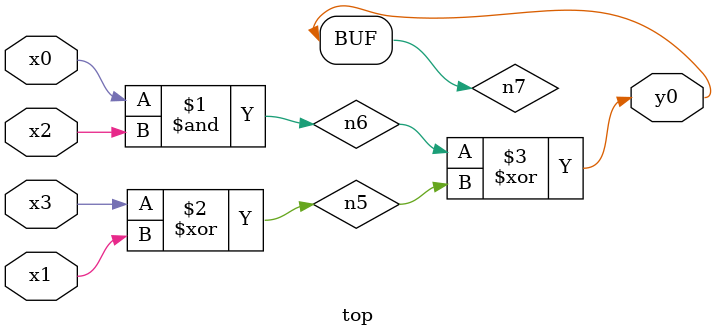
<source format=v>
module top( x0 , x1 , x2 , x3 , y0 );
  input x0 , x1 , x2 , x3 ;
  output y0 ;
  wire n5 , n6 , n7 ;
  assign n6 = x0 & x2 ;
  assign n5 = x3 ^ x1 ;
  assign n7 = n6 ^ n5 ;
  assign y0 = n7 ;
endmodule

</source>
